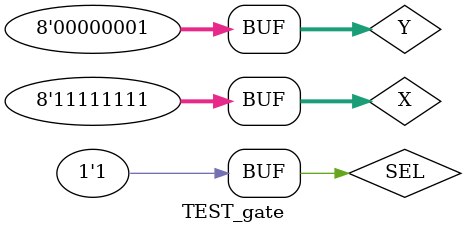
<source format=v>

  `timescale 1 ns / 1 ps

  module TEST_gate;
      reg [7:0] X = 8'b00000000;
		reg [7:0] Y = 8'b00000000;
		reg SEL = 1'b0;
// Output
		wire [7:0] DATA_OUT;
		wire Cnext;
// Instantiate the UUT
		full_adder_8bit UUT (
			.DATA_OUT(DATA_OUT),
			.X(X),
			.SEL(SEL),
			.Cnext(Cnext),
			.Y(Y)
			);
// Initialize Inputs
	initial begin
		#100; //Current Time: 100ns
		X = 8'b00010001;
		Y = 8'b00010001;
		#100; //Current Time: 200ns
		SEL = 1'b1;
		#100 //Current Time: 300ns
		X = 8'b10101010;
		Y = 8'b01010101;
		SEL = 1'b0;
		#100 //Current Time: 400ns
		SEL = 1'b1;
		#100; //Current Time: 500ns
		X = 8'b11111111;
		Y = 8'b00000001;
		SEL = 1'b0;
		#100; //Current Time: 600ns
		SEL = 1'b1;
	end
endmodule

</source>
